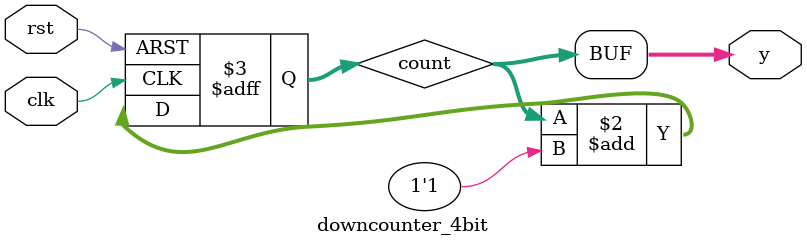
<source format=v>
`timescale 1ns / 1ps


module downcounter_4bit(
    output [3:0] y,
    input clk,
    input rst
    );
    reg [3:0]count;
        always @(posedge clk or posedge rst) begin
            if(rst) begin count<=4'b1111; end
            else begin
                count<=count+1'b1;
                end
                
         end
         assign y=count;
endmodule

</source>
